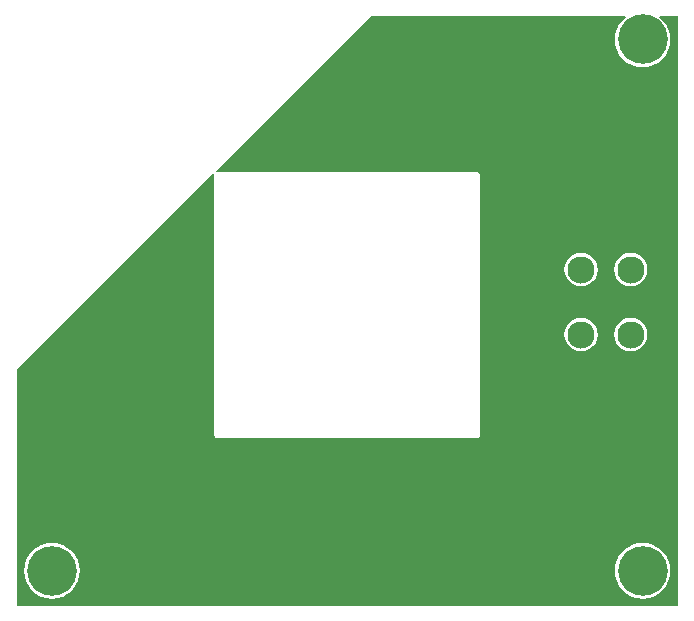
<source format=gbl>
G04*
G04 #@! TF.GenerationSoftware,Altium Limited,Altium Designer,22.1.2 (22)*
G04*
G04 Layer_Physical_Order=2*
G04 Layer_Color=16711680*
%FSLAX25Y25*%
%MOIN*%
G70*
G04*
G04 #@! TF.SameCoordinates,382241DD-9174-41C4-80FE-42B68BCE7A43*
G04*
G04*
G04 #@! TF.FilePolarity,Positive*
G04*
G01*
G75*
%ADD15C,0.09055*%
%ADD16C,0.16535*%
G36*
X228346Y7874D02*
X7874D01*
Y86614D01*
X11811Y90551D01*
X73431Y152171D01*
X73604Y152088D01*
X73844Y151877D01*
X73784Y151575D01*
Y64961D01*
X73861Y64570D01*
X74082Y64240D01*
X74413Y64019D01*
X74803Y63941D01*
X161417D01*
X161808Y64019D01*
X162138Y64240D01*
X162359Y64570D01*
X162437Y64961D01*
Y151575D01*
X162359Y151965D01*
X162138Y152296D01*
X161808Y152517D01*
X161417Y152594D01*
X74803D01*
X74501Y152534D01*
X74290Y152774D01*
X74207Y152947D01*
X125984Y204724D01*
X210733D01*
X210912Y204224D01*
X209950Y203435D01*
X208792Y202024D01*
X207932Y200414D01*
X207402Y198667D01*
X207223Y196850D01*
X207402Y195034D01*
X207932Y193287D01*
X208792Y191677D01*
X209950Y190265D01*
X211362Y189107D01*
X212972Y188247D01*
X214719Y187717D01*
X216535Y187538D01*
X218352Y187717D01*
X220099Y188247D01*
X221709Y189107D01*
X223120Y190265D01*
X224278Y191677D01*
X225139Y193287D01*
X225669Y195034D01*
X225848Y196850D01*
X225669Y198667D01*
X225139Y200414D01*
X224278Y202024D01*
X223120Y203435D01*
X222159Y204224D01*
X222338Y204724D01*
X228346D01*
X228346Y7874D01*
D02*
G37*
%LPC*%
G36*
X212598Y125654D02*
X211156Y125464D01*
X209811Y124907D01*
X208656Y124021D01*
X207770Y122866D01*
X207213Y121522D01*
X207023Y120079D01*
X207213Y118636D01*
X207770Y117291D01*
X208656Y116136D01*
X209811Y115250D01*
X211156Y114693D01*
X212598Y114504D01*
X214041Y114693D01*
X215386Y115250D01*
X216541Y116136D01*
X217427Y117291D01*
X217984Y118636D01*
X218174Y120079D01*
X217984Y121522D01*
X217427Y122866D01*
X216541Y124021D01*
X215386Y124907D01*
X214041Y125464D01*
X212598Y125654D01*
D02*
G37*
G36*
X196063D02*
X194620Y125464D01*
X193275Y124907D01*
X192121Y124021D01*
X191235Y122866D01*
X190678Y121522D01*
X190488Y120079D01*
X190678Y118636D01*
X191235Y117291D01*
X192121Y116136D01*
X193275Y115250D01*
X194620Y114693D01*
X196063Y114504D01*
X197506Y114693D01*
X198851Y115250D01*
X200005Y116136D01*
X200891Y117291D01*
X201448Y118636D01*
X201638Y120079D01*
X201448Y121522D01*
X200891Y122866D01*
X200005Y124021D01*
X198851Y124907D01*
X197506Y125464D01*
X196063Y125654D01*
D02*
G37*
G36*
X212598Y104000D02*
X211156Y103811D01*
X209811Y103253D01*
X208656Y102367D01*
X207770Y101213D01*
X207213Y99868D01*
X207023Y98425D01*
X207213Y96982D01*
X207770Y95638D01*
X208656Y94483D01*
X209811Y93597D01*
X211156Y93040D01*
X212598Y92850D01*
X214041Y93040D01*
X215386Y93597D01*
X216541Y94483D01*
X217427Y95638D01*
X217984Y96982D01*
X218174Y98425D01*
X217984Y99868D01*
X217427Y101213D01*
X216541Y102367D01*
X215386Y103253D01*
X214041Y103811D01*
X212598Y104000D01*
D02*
G37*
G36*
X196063D02*
X194620Y103811D01*
X193275Y103253D01*
X192121Y102367D01*
X191235Y101213D01*
X190678Y99868D01*
X190488Y98425D01*
X190678Y96982D01*
X191235Y95638D01*
X192121Y94483D01*
X193275Y93597D01*
X194620Y93040D01*
X196063Y92850D01*
X197506Y93040D01*
X198851Y93597D01*
X200005Y94483D01*
X200891Y95638D01*
X201448Y96982D01*
X201638Y98425D01*
X201448Y99868D01*
X200891Y101213D01*
X200005Y102367D01*
X198851Y103253D01*
X197506Y103811D01*
X196063Y104000D01*
D02*
G37*
G36*
X216535Y28998D02*
X214719Y28819D01*
X212972Y28289D01*
X211362Y27428D01*
X209950Y26270D01*
X208792Y24859D01*
X207932Y23249D01*
X207402Y21502D01*
X207223Y19685D01*
X207402Y17868D01*
X207932Y16121D01*
X208792Y14511D01*
X209950Y13100D01*
X211362Y11942D01*
X212972Y11081D01*
X214719Y10551D01*
X216535Y10373D01*
X218352Y10551D01*
X220099Y11081D01*
X221709Y11942D01*
X223120Y13100D01*
X224278Y14511D01*
X225139Y16121D01*
X225669Y17868D01*
X225848Y19685D01*
X225669Y21502D01*
X225139Y23249D01*
X224278Y24859D01*
X223120Y26270D01*
X221709Y27428D01*
X220099Y28289D01*
X218352Y28819D01*
X216535Y28998D01*
D02*
G37*
G36*
X19685D02*
X17868Y28819D01*
X16121Y28289D01*
X14511Y27428D01*
X13100Y26270D01*
X11942Y24859D01*
X11081Y23249D01*
X10551Y21502D01*
X10373Y19685D01*
X10551Y17868D01*
X11081Y16121D01*
X11942Y14511D01*
X13100Y13100D01*
X14511Y11942D01*
X16121Y11081D01*
X17868Y10551D01*
X19685Y10373D01*
X21502Y10551D01*
X23249Y11081D01*
X24859Y11942D01*
X26270Y13100D01*
X27428Y14511D01*
X28289Y16121D01*
X28819Y17868D01*
X28998Y19685D01*
X28819Y21502D01*
X28289Y23249D01*
X27428Y24859D01*
X26270Y26270D01*
X24859Y27428D01*
X23249Y28289D01*
X21502Y28819D01*
X19685Y28998D01*
D02*
G37*
%LPD*%
D15*
X196063Y120079D02*
D03*
X212598D02*
D03*
Y98425D02*
D03*
X196063D02*
D03*
D16*
X216535Y19685D02*
D03*
X19685D02*
D03*
X216535Y196850D02*
D03*
M02*

</source>
